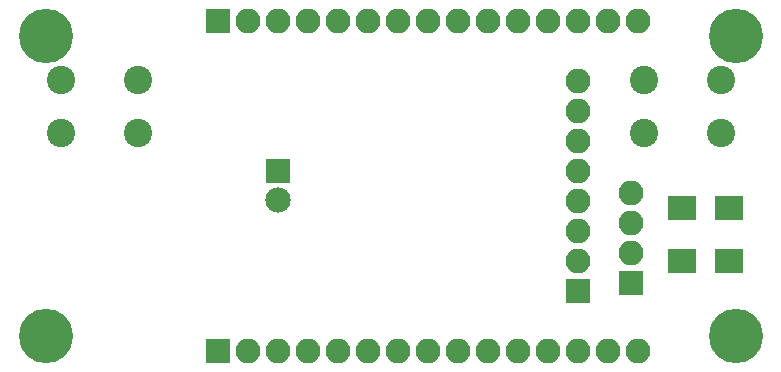
<source format=gbr>
G04 #@! TF.FileFunction,Soldermask,Top*
%FSLAX46Y46*%
G04 Gerber Fmt 4.6, Leading zero omitted, Abs format (unit mm)*
G04 Created by KiCad (PCBNEW 4.0.7) date 03/26/18 16:58:00*
%MOMM*%
%LPD*%
G01*
G04 APERTURE LIST*
%ADD10C,0.100000*%
%ADD11C,4.600000*%
%ADD12R,2.100000X2.100000*%
%ADD13O,2.100000X2.100000*%
%ADD14C,2.400000*%
%ADD15R,2.400000X2.100000*%
%ADD16R,2.150000X2.150000*%
%ADD17C,2.150000*%
G04 APERTURE END LIST*
D10*
D11*
X204470000Y-104775000D03*
X146050000Y-104775000D03*
X146050000Y-79375000D03*
D12*
X195580000Y-100330000D03*
D13*
X195580000Y-97790000D03*
X195580000Y-95250000D03*
X195580000Y-92710000D03*
D14*
X203200000Y-83130000D03*
X203200000Y-87630000D03*
X196700000Y-83130000D03*
X196700000Y-87630000D03*
D15*
X203930000Y-98425000D03*
X199930000Y-98425000D03*
D12*
X160655000Y-78105000D03*
D13*
X163195000Y-78105000D03*
X165735000Y-78105000D03*
X168275000Y-78105000D03*
X170815000Y-78105000D03*
X173355000Y-78105000D03*
X175895000Y-78105000D03*
X178435000Y-78105000D03*
X180975000Y-78105000D03*
X183515000Y-78105000D03*
X186055000Y-78105000D03*
X188595000Y-78105000D03*
X191135000Y-78105000D03*
X193675000Y-78105000D03*
X196215000Y-78105000D03*
D12*
X160655000Y-106045000D03*
D13*
X163195000Y-106045000D03*
X165735000Y-106045000D03*
X168275000Y-106045000D03*
X170815000Y-106045000D03*
X173355000Y-106045000D03*
X175895000Y-106045000D03*
X178435000Y-106045000D03*
X180975000Y-106045000D03*
X183515000Y-106045000D03*
X186055000Y-106045000D03*
X188595000Y-106045000D03*
X191135000Y-106045000D03*
X193675000Y-106045000D03*
X196215000Y-106045000D03*
D15*
X199930000Y-93980000D03*
X203930000Y-93980000D03*
D12*
X191135000Y-100965000D03*
D13*
X191135000Y-98425000D03*
X191135000Y-95885000D03*
X191135000Y-93345000D03*
X191135000Y-90805000D03*
X191135000Y-88265000D03*
X191135000Y-85725000D03*
X191135000Y-83185000D03*
D11*
X204470000Y-79375000D03*
D16*
X165735000Y-90805000D03*
D17*
X165735000Y-93305000D03*
D14*
X147320000Y-83130000D03*
X147320000Y-87630000D03*
X153820000Y-83130000D03*
X153820000Y-87630000D03*
M02*

</source>
